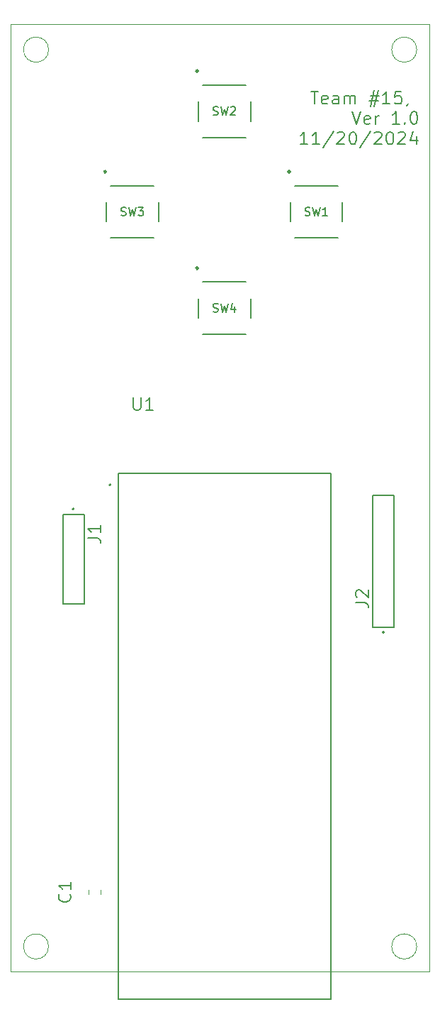
<source format=gbr>
%TF.GenerationSoftware,KiCad,Pcbnew,8.0.6*%
%TF.CreationDate,2024-11-20T17:32:44-08:00*%
%TF.ProjectId,hardware_password,68617264-7761-4726-955f-70617373776f,rev?*%
%TF.SameCoordinates,Original*%
%TF.FileFunction,Legend,Top*%
%TF.FilePolarity,Positive*%
%FSLAX46Y46*%
G04 Gerber Fmt 4.6, Leading zero omitted, Abs format (unit mm)*
G04 Created by KiCad (PCBNEW 8.0.6) date 2024-11-20 17:32:44*
%MOMM*%
%LPD*%
G01*
G04 APERTURE LIST*
%ADD10C,0.200000*%
%ADD11C,0.150000*%
%ADD12C,0.152400*%
%ADD13C,0.254000*%
%ADD14C,0.127000*%
%ADD15C,0.120000*%
%TA.AperFunction,Profile*%
%ADD16C,0.100000*%
%TD*%
G04 APERTURE END LIST*
D10*
X123868423Y-58476196D02*
X124725566Y-58476196D01*
X124296994Y-59976196D02*
X124296994Y-58476196D01*
X125796994Y-59904768D02*
X125654137Y-59976196D01*
X125654137Y-59976196D02*
X125368423Y-59976196D01*
X125368423Y-59976196D02*
X125225565Y-59904768D01*
X125225565Y-59904768D02*
X125154137Y-59761910D01*
X125154137Y-59761910D02*
X125154137Y-59190482D01*
X125154137Y-59190482D02*
X125225565Y-59047625D01*
X125225565Y-59047625D02*
X125368423Y-58976196D01*
X125368423Y-58976196D02*
X125654137Y-58976196D01*
X125654137Y-58976196D02*
X125796994Y-59047625D01*
X125796994Y-59047625D02*
X125868423Y-59190482D01*
X125868423Y-59190482D02*
X125868423Y-59333339D01*
X125868423Y-59333339D02*
X125154137Y-59476196D01*
X127154137Y-59976196D02*
X127154137Y-59190482D01*
X127154137Y-59190482D02*
X127082708Y-59047625D01*
X127082708Y-59047625D02*
X126939851Y-58976196D01*
X126939851Y-58976196D02*
X126654137Y-58976196D01*
X126654137Y-58976196D02*
X126511279Y-59047625D01*
X127154137Y-59904768D02*
X127011279Y-59976196D01*
X127011279Y-59976196D02*
X126654137Y-59976196D01*
X126654137Y-59976196D02*
X126511279Y-59904768D01*
X126511279Y-59904768D02*
X126439851Y-59761910D01*
X126439851Y-59761910D02*
X126439851Y-59619053D01*
X126439851Y-59619053D02*
X126511279Y-59476196D01*
X126511279Y-59476196D02*
X126654137Y-59404768D01*
X126654137Y-59404768D02*
X127011279Y-59404768D01*
X127011279Y-59404768D02*
X127154137Y-59333339D01*
X127868422Y-59976196D02*
X127868422Y-58976196D01*
X127868422Y-59119053D02*
X127939851Y-59047625D01*
X127939851Y-59047625D02*
X128082708Y-58976196D01*
X128082708Y-58976196D02*
X128296994Y-58976196D01*
X128296994Y-58976196D02*
X128439851Y-59047625D01*
X128439851Y-59047625D02*
X128511280Y-59190482D01*
X128511280Y-59190482D02*
X128511280Y-59976196D01*
X128511280Y-59190482D02*
X128582708Y-59047625D01*
X128582708Y-59047625D02*
X128725565Y-58976196D01*
X128725565Y-58976196D02*
X128939851Y-58976196D01*
X128939851Y-58976196D02*
X129082708Y-59047625D01*
X129082708Y-59047625D02*
X129154137Y-59190482D01*
X129154137Y-59190482D02*
X129154137Y-59976196D01*
X130939851Y-58976196D02*
X132011279Y-58976196D01*
X131368422Y-58333339D02*
X130939851Y-60261910D01*
X131868422Y-59619053D02*
X130796994Y-59619053D01*
X131439851Y-60261910D02*
X131868422Y-58333339D01*
X133296994Y-59976196D02*
X132439851Y-59976196D01*
X132868422Y-59976196D02*
X132868422Y-58476196D01*
X132868422Y-58476196D02*
X132725565Y-58690482D01*
X132725565Y-58690482D02*
X132582708Y-58833339D01*
X132582708Y-58833339D02*
X132439851Y-58904768D01*
X134654136Y-58476196D02*
X133939850Y-58476196D01*
X133939850Y-58476196D02*
X133868422Y-59190482D01*
X133868422Y-59190482D02*
X133939850Y-59119053D01*
X133939850Y-59119053D02*
X134082708Y-59047625D01*
X134082708Y-59047625D02*
X134439850Y-59047625D01*
X134439850Y-59047625D02*
X134582708Y-59119053D01*
X134582708Y-59119053D02*
X134654136Y-59190482D01*
X134654136Y-59190482D02*
X134725565Y-59333339D01*
X134725565Y-59333339D02*
X134725565Y-59690482D01*
X134725565Y-59690482D02*
X134654136Y-59833339D01*
X134654136Y-59833339D02*
X134582708Y-59904768D01*
X134582708Y-59904768D02*
X134439850Y-59976196D01*
X134439850Y-59976196D02*
X134082708Y-59976196D01*
X134082708Y-59976196D02*
X133939850Y-59904768D01*
X133939850Y-59904768D02*
X133868422Y-59833339D01*
X135439850Y-59904768D02*
X135439850Y-59976196D01*
X135439850Y-59976196D02*
X135368421Y-60119053D01*
X135368421Y-60119053D02*
X135296993Y-60190482D01*
X128796995Y-60891112D02*
X129296995Y-62391112D01*
X129296995Y-62391112D02*
X129796995Y-60891112D01*
X130868423Y-62319684D02*
X130725566Y-62391112D01*
X130725566Y-62391112D02*
X130439852Y-62391112D01*
X130439852Y-62391112D02*
X130296994Y-62319684D01*
X130296994Y-62319684D02*
X130225566Y-62176826D01*
X130225566Y-62176826D02*
X130225566Y-61605398D01*
X130225566Y-61605398D02*
X130296994Y-61462541D01*
X130296994Y-61462541D02*
X130439852Y-61391112D01*
X130439852Y-61391112D02*
X130725566Y-61391112D01*
X130725566Y-61391112D02*
X130868423Y-61462541D01*
X130868423Y-61462541D02*
X130939852Y-61605398D01*
X130939852Y-61605398D02*
X130939852Y-61748255D01*
X130939852Y-61748255D02*
X130225566Y-61891112D01*
X131582708Y-62391112D02*
X131582708Y-61391112D01*
X131582708Y-61676826D02*
X131654137Y-61533969D01*
X131654137Y-61533969D02*
X131725566Y-61462541D01*
X131725566Y-61462541D02*
X131868423Y-61391112D01*
X131868423Y-61391112D02*
X132011280Y-61391112D01*
X134439851Y-62391112D02*
X133582708Y-62391112D01*
X134011279Y-62391112D02*
X134011279Y-60891112D01*
X134011279Y-60891112D02*
X133868422Y-61105398D01*
X133868422Y-61105398D02*
X133725565Y-61248255D01*
X133725565Y-61248255D02*
X133582708Y-61319684D01*
X135082707Y-62248255D02*
X135154136Y-62319684D01*
X135154136Y-62319684D02*
X135082707Y-62391112D01*
X135082707Y-62391112D02*
X135011279Y-62319684D01*
X135011279Y-62319684D02*
X135082707Y-62248255D01*
X135082707Y-62248255D02*
X135082707Y-62391112D01*
X136082708Y-60891112D02*
X136225565Y-60891112D01*
X136225565Y-60891112D02*
X136368422Y-60962541D01*
X136368422Y-60962541D02*
X136439851Y-61033969D01*
X136439851Y-61033969D02*
X136511279Y-61176826D01*
X136511279Y-61176826D02*
X136582708Y-61462541D01*
X136582708Y-61462541D02*
X136582708Y-61819684D01*
X136582708Y-61819684D02*
X136511279Y-62105398D01*
X136511279Y-62105398D02*
X136439851Y-62248255D01*
X136439851Y-62248255D02*
X136368422Y-62319684D01*
X136368422Y-62319684D02*
X136225565Y-62391112D01*
X136225565Y-62391112D02*
X136082708Y-62391112D01*
X136082708Y-62391112D02*
X135939851Y-62319684D01*
X135939851Y-62319684D02*
X135868422Y-62248255D01*
X135868422Y-62248255D02*
X135796993Y-62105398D01*
X135796993Y-62105398D02*
X135725565Y-61819684D01*
X135725565Y-61819684D02*
X135725565Y-61462541D01*
X135725565Y-61462541D02*
X135796993Y-61176826D01*
X135796993Y-61176826D02*
X135868422Y-61033969D01*
X135868422Y-61033969D02*
X135939851Y-60962541D01*
X135939851Y-60962541D02*
X136082708Y-60891112D01*
X123439853Y-64806028D02*
X122582710Y-64806028D01*
X123011281Y-64806028D02*
X123011281Y-63306028D01*
X123011281Y-63306028D02*
X122868424Y-63520314D01*
X122868424Y-63520314D02*
X122725567Y-63663171D01*
X122725567Y-63663171D02*
X122582710Y-63734600D01*
X124868424Y-64806028D02*
X124011281Y-64806028D01*
X124439852Y-64806028D02*
X124439852Y-63306028D01*
X124439852Y-63306028D02*
X124296995Y-63520314D01*
X124296995Y-63520314D02*
X124154138Y-63663171D01*
X124154138Y-63663171D02*
X124011281Y-63734600D01*
X126582709Y-63234600D02*
X125296995Y-65163171D01*
X127011281Y-63448885D02*
X127082709Y-63377457D01*
X127082709Y-63377457D02*
X127225567Y-63306028D01*
X127225567Y-63306028D02*
X127582709Y-63306028D01*
X127582709Y-63306028D02*
X127725567Y-63377457D01*
X127725567Y-63377457D02*
X127796995Y-63448885D01*
X127796995Y-63448885D02*
X127868424Y-63591742D01*
X127868424Y-63591742D02*
X127868424Y-63734600D01*
X127868424Y-63734600D02*
X127796995Y-63948885D01*
X127796995Y-63948885D02*
X126939852Y-64806028D01*
X126939852Y-64806028D02*
X127868424Y-64806028D01*
X128796995Y-63306028D02*
X128939852Y-63306028D01*
X128939852Y-63306028D02*
X129082709Y-63377457D01*
X129082709Y-63377457D02*
X129154138Y-63448885D01*
X129154138Y-63448885D02*
X129225566Y-63591742D01*
X129225566Y-63591742D02*
X129296995Y-63877457D01*
X129296995Y-63877457D02*
X129296995Y-64234600D01*
X129296995Y-64234600D02*
X129225566Y-64520314D01*
X129225566Y-64520314D02*
X129154138Y-64663171D01*
X129154138Y-64663171D02*
X129082709Y-64734600D01*
X129082709Y-64734600D02*
X128939852Y-64806028D01*
X128939852Y-64806028D02*
X128796995Y-64806028D01*
X128796995Y-64806028D02*
X128654138Y-64734600D01*
X128654138Y-64734600D02*
X128582709Y-64663171D01*
X128582709Y-64663171D02*
X128511280Y-64520314D01*
X128511280Y-64520314D02*
X128439852Y-64234600D01*
X128439852Y-64234600D02*
X128439852Y-63877457D01*
X128439852Y-63877457D02*
X128511280Y-63591742D01*
X128511280Y-63591742D02*
X128582709Y-63448885D01*
X128582709Y-63448885D02*
X128654138Y-63377457D01*
X128654138Y-63377457D02*
X128796995Y-63306028D01*
X131011280Y-63234600D02*
X129725566Y-65163171D01*
X131439852Y-63448885D02*
X131511280Y-63377457D01*
X131511280Y-63377457D02*
X131654138Y-63306028D01*
X131654138Y-63306028D02*
X132011280Y-63306028D01*
X132011280Y-63306028D02*
X132154138Y-63377457D01*
X132154138Y-63377457D02*
X132225566Y-63448885D01*
X132225566Y-63448885D02*
X132296995Y-63591742D01*
X132296995Y-63591742D02*
X132296995Y-63734600D01*
X132296995Y-63734600D02*
X132225566Y-63948885D01*
X132225566Y-63948885D02*
X131368423Y-64806028D01*
X131368423Y-64806028D02*
X132296995Y-64806028D01*
X133225566Y-63306028D02*
X133368423Y-63306028D01*
X133368423Y-63306028D02*
X133511280Y-63377457D01*
X133511280Y-63377457D02*
X133582709Y-63448885D01*
X133582709Y-63448885D02*
X133654137Y-63591742D01*
X133654137Y-63591742D02*
X133725566Y-63877457D01*
X133725566Y-63877457D02*
X133725566Y-64234600D01*
X133725566Y-64234600D02*
X133654137Y-64520314D01*
X133654137Y-64520314D02*
X133582709Y-64663171D01*
X133582709Y-64663171D02*
X133511280Y-64734600D01*
X133511280Y-64734600D02*
X133368423Y-64806028D01*
X133368423Y-64806028D02*
X133225566Y-64806028D01*
X133225566Y-64806028D02*
X133082709Y-64734600D01*
X133082709Y-64734600D02*
X133011280Y-64663171D01*
X133011280Y-64663171D02*
X132939851Y-64520314D01*
X132939851Y-64520314D02*
X132868423Y-64234600D01*
X132868423Y-64234600D02*
X132868423Y-63877457D01*
X132868423Y-63877457D02*
X132939851Y-63591742D01*
X132939851Y-63591742D02*
X133011280Y-63448885D01*
X133011280Y-63448885D02*
X133082709Y-63377457D01*
X133082709Y-63377457D02*
X133225566Y-63306028D01*
X134296994Y-63448885D02*
X134368422Y-63377457D01*
X134368422Y-63377457D02*
X134511280Y-63306028D01*
X134511280Y-63306028D02*
X134868422Y-63306028D01*
X134868422Y-63306028D02*
X135011280Y-63377457D01*
X135011280Y-63377457D02*
X135082708Y-63448885D01*
X135082708Y-63448885D02*
X135154137Y-63591742D01*
X135154137Y-63591742D02*
X135154137Y-63734600D01*
X135154137Y-63734600D02*
X135082708Y-63948885D01*
X135082708Y-63948885D02*
X134225565Y-64806028D01*
X134225565Y-64806028D02*
X135154137Y-64806028D01*
X136439851Y-63806028D02*
X136439851Y-64806028D01*
X136082708Y-63234600D02*
X135725565Y-64306028D01*
X135725565Y-64306028D02*
X136654136Y-64306028D01*
D11*
X112166667Y-61262101D02*
X112309524Y-61309720D01*
X112309524Y-61309720D02*
X112547619Y-61309720D01*
X112547619Y-61309720D02*
X112642857Y-61262101D01*
X112642857Y-61262101D02*
X112690476Y-61214481D01*
X112690476Y-61214481D02*
X112738095Y-61119243D01*
X112738095Y-61119243D02*
X112738095Y-61024005D01*
X112738095Y-61024005D02*
X112690476Y-60928767D01*
X112690476Y-60928767D02*
X112642857Y-60881148D01*
X112642857Y-60881148D02*
X112547619Y-60833529D01*
X112547619Y-60833529D02*
X112357143Y-60785910D01*
X112357143Y-60785910D02*
X112261905Y-60738291D01*
X112261905Y-60738291D02*
X112214286Y-60690672D01*
X112214286Y-60690672D02*
X112166667Y-60595434D01*
X112166667Y-60595434D02*
X112166667Y-60500196D01*
X112166667Y-60500196D02*
X112214286Y-60404958D01*
X112214286Y-60404958D02*
X112261905Y-60357339D01*
X112261905Y-60357339D02*
X112357143Y-60309720D01*
X112357143Y-60309720D02*
X112595238Y-60309720D01*
X112595238Y-60309720D02*
X112738095Y-60357339D01*
X113071429Y-60309720D02*
X113309524Y-61309720D01*
X113309524Y-61309720D02*
X113500000Y-60595434D01*
X113500000Y-60595434D02*
X113690476Y-61309720D01*
X113690476Y-61309720D02*
X113928572Y-60309720D01*
X114261905Y-60404958D02*
X114309524Y-60357339D01*
X114309524Y-60357339D02*
X114404762Y-60309720D01*
X114404762Y-60309720D02*
X114642857Y-60309720D01*
X114642857Y-60309720D02*
X114738095Y-60357339D01*
X114738095Y-60357339D02*
X114785714Y-60404958D01*
X114785714Y-60404958D02*
X114833333Y-60500196D01*
X114833333Y-60500196D02*
X114833333Y-60595434D01*
X114833333Y-60595434D02*
X114785714Y-60738291D01*
X114785714Y-60738291D02*
X114214286Y-61309720D01*
X114214286Y-61309720D02*
X114833333Y-61309720D01*
X97186128Y-111749999D02*
X98257557Y-111749999D01*
X98257557Y-111749999D02*
X98471842Y-111821428D01*
X98471842Y-111821428D02*
X98614700Y-111964285D01*
X98614700Y-111964285D02*
X98686128Y-112178571D01*
X98686128Y-112178571D02*
X98686128Y-112321428D01*
X98686128Y-110249999D02*
X98686128Y-111107142D01*
X98686128Y-110678571D02*
X97186128Y-110678571D01*
X97186128Y-110678571D02*
X97400414Y-110821428D01*
X97400414Y-110821428D02*
X97543271Y-110964285D01*
X97543271Y-110964285D02*
X97614700Y-111107142D01*
X102652142Y-94991128D02*
X102652142Y-96205414D01*
X102652142Y-96205414D02*
X102723571Y-96348271D01*
X102723571Y-96348271D02*
X102795000Y-96419700D01*
X102795000Y-96419700D02*
X102937857Y-96491128D01*
X102937857Y-96491128D02*
X103223571Y-96491128D01*
X103223571Y-96491128D02*
X103366428Y-96419700D01*
X103366428Y-96419700D02*
X103437857Y-96348271D01*
X103437857Y-96348271D02*
X103509285Y-96205414D01*
X103509285Y-96205414D02*
X103509285Y-94991128D01*
X105009286Y-96491128D02*
X104152143Y-96491128D01*
X104580714Y-96491128D02*
X104580714Y-94991128D01*
X104580714Y-94991128D02*
X104437857Y-95205414D01*
X104437857Y-95205414D02*
X104295000Y-95348271D01*
X104295000Y-95348271D02*
X104152143Y-95419700D01*
X112166667Y-84762101D02*
X112309524Y-84809720D01*
X112309524Y-84809720D02*
X112547619Y-84809720D01*
X112547619Y-84809720D02*
X112642857Y-84762101D01*
X112642857Y-84762101D02*
X112690476Y-84714481D01*
X112690476Y-84714481D02*
X112738095Y-84619243D01*
X112738095Y-84619243D02*
X112738095Y-84524005D01*
X112738095Y-84524005D02*
X112690476Y-84428767D01*
X112690476Y-84428767D02*
X112642857Y-84381148D01*
X112642857Y-84381148D02*
X112547619Y-84333529D01*
X112547619Y-84333529D02*
X112357143Y-84285910D01*
X112357143Y-84285910D02*
X112261905Y-84238291D01*
X112261905Y-84238291D02*
X112214286Y-84190672D01*
X112214286Y-84190672D02*
X112166667Y-84095434D01*
X112166667Y-84095434D02*
X112166667Y-84000196D01*
X112166667Y-84000196D02*
X112214286Y-83904958D01*
X112214286Y-83904958D02*
X112261905Y-83857339D01*
X112261905Y-83857339D02*
X112357143Y-83809720D01*
X112357143Y-83809720D02*
X112595238Y-83809720D01*
X112595238Y-83809720D02*
X112738095Y-83857339D01*
X113071429Y-83809720D02*
X113309524Y-84809720D01*
X113309524Y-84809720D02*
X113500000Y-84095434D01*
X113500000Y-84095434D02*
X113690476Y-84809720D01*
X113690476Y-84809720D02*
X113928572Y-83809720D01*
X114738095Y-84143053D02*
X114738095Y-84809720D01*
X114500000Y-83762101D02*
X114261905Y-84476386D01*
X114261905Y-84476386D02*
X114880952Y-84476386D01*
X129186128Y-119473999D02*
X130257557Y-119473999D01*
X130257557Y-119473999D02*
X130471842Y-119545428D01*
X130471842Y-119545428D02*
X130614700Y-119688285D01*
X130614700Y-119688285D02*
X130686128Y-119902571D01*
X130686128Y-119902571D02*
X130686128Y-120045428D01*
X129328985Y-118831142D02*
X129257557Y-118759714D01*
X129257557Y-118759714D02*
X129186128Y-118616857D01*
X129186128Y-118616857D02*
X129186128Y-118259714D01*
X129186128Y-118259714D02*
X129257557Y-118116857D01*
X129257557Y-118116857D02*
X129328985Y-118045428D01*
X129328985Y-118045428D02*
X129471842Y-117973999D01*
X129471842Y-117973999D02*
X129614700Y-117973999D01*
X129614700Y-117973999D02*
X129828985Y-118045428D01*
X129828985Y-118045428D02*
X130686128Y-118902571D01*
X130686128Y-118902571D02*
X130686128Y-117973999D01*
X95043271Y-154249999D02*
X95114700Y-154321427D01*
X95114700Y-154321427D02*
X95186128Y-154535713D01*
X95186128Y-154535713D02*
X95186128Y-154678570D01*
X95186128Y-154678570D02*
X95114700Y-154892856D01*
X95114700Y-154892856D02*
X94971842Y-155035713D01*
X94971842Y-155035713D02*
X94828985Y-155107142D01*
X94828985Y-155107142D02*
X94543271Y-155178570D01*
X94543271Y-155178570D02*
X94328985Y-155178570D01*
X94328985Y-155178570D02*
X94043271Y-155107142D01*
X94043271Y-155107142D02*
X93900414Y-155035713D01*
X93900414Y-155035713D02*
X93757557Y-154892856D01*
X93757557Y-154892856D02*
X93686128Y-154678570D01*
X93686128Y-154678570D02*
X93686128Y-154535713D01*
X93686128Y-154535713D02*
X93757557Y-154321427D01*
X93757557Y-154321427D02*
X93828985Y-154249999D01*
X95186128Y-152821427D02*
X95186128Y-153678570D01*
X95186128Y-153249999D02*
X93686128Y-153249999D01*
X93686128Y-153249999D02*
X93900414Y-153392856D01*
X93900414Y-153392856D02*
X94043271Y-153535713D01*
X94043271Y-153535713D02*
X94114700Y-153678570D01*
X123166667Y-73262101D02*
X123309524Y-73309720D01*
X123309524Y-73309720D02*
X123547619Y-73309720D01*
X123547619Y-73309720D02*
X123642857Y-73262101D01*
X123642857Y-73262101D02*
X123690476Y-73214481D01*
X123690476Y-73214481D02*
X123738095Y-73119243D01*
X123738095Y-73119243D02*
X123738095Y-73024005D01*
X123738095Y-73024005D02*
X123690476Y-72928767D01*
X123690476Y-72928767D02*
X123642857Y-72881148D01*
X123642857Y-72881148D02*
X123547619Y-72833529D01*
X123547619Y-72833529D02*
X123357143Y-72785910D01*
X123357143Y-72785910D02*
X123261905Y-72738291D01*
X123261905Y-72738291D02*
X123214286Y-72690672D01*
X123214286Y-72690672D02*
X123166667Y-72595434D01*
X123166667Y-72595434D02*
X123166667Y-72500196D01*
X123166667Y-72500196D02*
X123214286Y-72404958D01*
X123214286Y-72404958D02*
X123261905Y-72357339D01*
X123261905Y-72357339D02*
X123357143Y-72309720D01*
X123357143Y-72309720D02*
X123595238Y-72309720D01*
X123595238Y-72309720D02*
X123738095Y-72357339D01*
X124071429Y-72309720D02*
X124309524Y-73309720D01*
X124309524Y-73309720D02*
X124500000Y-72595434D01*
X124500000Y-72595434D02*
X124690476Y-73309720D01*
X124690476Y-73309720D02*
X124928572Y-72309720D01*
X125833333Y-73309720D02*
X125261905Y-73309720D01*
X125547619Y-73309720D02*
X125547619Y-72309720D01*
X125547619Y-72309720D02*
X125452381Y-72452577D01*
X125452381Y-72452577D02*
X125357143Y-72547815D01*
X125357143Y-72547815D02*
X125261905Y-72595434D01*
X101166667Y-73262101D02*
X101309524Y-73309720D01*
X101309524Y-73309720D02*
X101547619Y-73309720D01*
X101547619Y-73309720D02*
X101642857Y-73262101D01*
X101642857Y-73262101D02*
X101690476Y-73214481D01*
X101690476Y-73214481D02*
X101738095Y-73119243D01*
X101738095Y-73119243D02*
X101738095Y-73024005D01*
X101738095Y-73024005D02*
X101690476Y-72928767D01*
X101690476Y-72928767D02*
X101642857Y-72881148D01*
X101642857Y-72881148D02*
X101547619Y-72833529D01*
X101547619Y-72833529D02*
X101357143Y-72785910D01*
X101357143Y-72785910D02*
X101261905Y-72738291D01*
X101261905Y-72738291D02*
X101214286Y-72690672D01*
X101214286Y-72690672D02*
X101166667Y-72595434D01*
X101166667Y-72595434D02*
X101166667Y-72500196D01*
X101166667Y-72500196D02*
X101214286Y-72404958D01*
X101214286Y-72404958D02*
X101261905Y-72357339D01*
X101261905Y-72357339D02*
X101357143Y-72309720D01*
X101357143Y-72309720D02*
X101595238Y-72309720D01*
X101595238Y-72309720D02*
X101738095Y-72357339D01*
X102071429Y-72309720D02*
X102309524Y-73309720D01*
X102309524Y-73309720D02*
X102500000Y-72595434D01*
X102500000Y-72595434D02*
X102690476Y-73309720D01*
X102690476Y-73309720D02*
X102928572Y-72309720D01*
X103214286Y-72309720D02*
X103833333Y-72309720D01*
X103833333Y-72309720D02*
X103500000Y-72690672D01*
X103500000Y-72690672D02*
X103642857Y-72690672D01*
X103642857Y-72690672D02*
X103738095Y-72738291D01*
X103738095Y-72738291D02*
X103785714Y-72785910D01*
X103785714Y-72785910D02*
X103833333Y-72881148D01*
X103833333Y-72881148D02*
X103833333Y-73119243D01*
X103833333Y-73119243D02*
X103785714Y-73214481D01*
X103785714Y-73214481D02*
X103738095Y-73262101D01*
X103738095Y-73262101D02*
X103642857Y-73309720D01*
X103642857Y-73309720D02*
X103357143Y-73309720D01*
X103357143Y-73309720D02*
X103261905Y-73262101D01*
X103261905Y-73262101D02*
X103214286Y-73214481D01*
D12*
%TO.C,SW2*%
X110372998Y-59684656D02*
X110372998Y-62025145D01*
X110891771Y-63981902D02*
X116108229Y-63981902D01*
X116108229Y-57727899D02*
X110891771Y-57727899D01*
X116627002Y-62025145D02*
X116627002Y-59684656D01*
D13*
X110376999Y-56064900D02*
G75*
G02*
X110122999Y-56064900I-127000J0D01*
G01*
X110122999Y-56064900D02*
G75*
G02*
X110376999Y-56064900I127000J0D01*
G01*
D14*
%TO.C,J1*%
X94230000Y-108940000D02*
X94230000Y-119600000D01*
X94230000Y-119600000D02*
X96770000Y-119600000D01*
X96770000Y-108940000D02*
X94230000Y-108940000D01*
X96770000Y-119600000D02*
X96770000Y-108940000D01*
D10*
X95550000Y-108310000D02*
G75*
G02*
X95350000Y-108310000I-100000J0D01*
G01*
X95350000Y-108310000D02*
G75*
G02*
X95550000Y-108310000I100000J0D01*
G01*
D14*
%TO.C,U1*%
X100870000Y-104040000D02*
X126270000Y-104040000D01*
X100870000Y-166780000D02*
X100870000Y-104040000D01*
X126270000Y-104040000D02*
X126270000Y-166780000D01*
X126270000Y-166780000D02*
X100870000Y-166780000D01*
D10*
X99954000Y-105438000D02*
G75*
G02*
X99754000Y-105438000I-100000J0D01*
G01*
X99754000Y-105438000D02*
G75*
G02*
X99954000Y-105438000I100000J0D01*
G01*
D12*
%TO.C,SW4*%
X110372998Y-83184656D02*
X110372998Y-85525145D01*
X110891771Y-87481902D02*
X116108229Y-87481902D01*
X116108229Y-81227899D02*
X110891771Y-81227899D01*
X116627002Y-85525145D02*
X116627002Y-83184656D01*
D13*
X110376999Y-79564900D02*
G75*
G02*
X110122999Y-79564900I-127000J0D01*
G01*
X110122999Y-79564900D02*
G75*
G02*
X110376999Y-79564900I127000J0D01*
G01*
D14*
%TO.C,J2*%
X131230000Y-106659000D02*
X131230000Y-122399000D01*
X131230000Y-122399000D02*
X133770000Y-122399000D01*
X133770000Y-106659000D02*
X131230000Y-106659000D01*
X133770000Y-122399000D02*
X133770000Y-106659000D01*
D10*
X132600000Y-123029000D02*
G75*
G02*
X132400000Y-123029000I-100000J0D01*
G01*
X132400000Y-123029000D02*
G75*
G02*
X132600000Y-123029000I100000J0D01*
G01*
D15*
%TO.C,C1*%
X97265000Y-153738748D02*
X97265000Y-154261252D01*
X98735000Y-153738748D02*
X98735000Y-154261252D01*
D12*
%TO.C,SW1*%
X121372998Y-71684656D02*
X121372998Y-74025145D01*
X121891771Y-75981902D02*
X127108229Y-75981902D01*
X127108229Y-69727899D02*
X121891771Y-69727899D01*
X127627002Y-74025145D02*
X127627002Y-71684656D01*
D13*
X121376999Y-68064900D02*
G75*
G02*
X121122999Y-68064900I-127000J0D01*
G01*
X121122999Y-68064900D02*
G75*
G02*
X121376999Y-68064900I127000J0D01*
G01*
D12*
%TO.C,SW3*%
X99372998Y-71684656D02*
X99372998Y-74025145D01*
X99891771Y-75981902D02*
X105108229Y-75981902D01*
X105108229Y-69727899D02*
X99891771Y-69727899D01*
X105627002Y-74025145D02*
X105627002Y-71684656D01*
D13*
X99376999Y-68064900D02*
G75*
G02*
X99122999Y-68064900I-127000J0D01*
G01*
X99122999Y-68064900D02*
G75*
G02*
X99376999Y-68064900I127000J0D01*
G01*
%TD*%
D16*
X92500000Y-53500000D02*
G75*
G02*
X89500000Y-53500000I-1500000J0D01*
G01*
X89500000Y-53500000D02*
G75*
G02*
X92500000Y-53500000I1500000J0D01*
G01*
X136500000Y-53500000D02*
G75*
G02*
X133500000Y-53500000I-1500000J0D01*
G01*
X133500000Y-53500000D02*
G75*
G02*
X136500000Y-53500000I1500000J0D01*
G01*
X88000000Y-50500000D02*
X138000000Y-50500000D01*
X138000000Y-163500000D01*
X88000000Y-163500000D01*
X88000000Y-50500000D01*
X92500000Y-160500000D02*
G75*
G02*
X89500000Y-160500000I-1500000J0D01*
G01*
X89500000Y-160500000D02*
G75*
G02*
X92500000Y-160500000I1500000J0D01*
G01*
X136500000Y-160500000D02*
G75*
G02*
X133500000Y-160500000I-1500000J0D01*
G01*
X133500000Y-160500000D02*
G75*
G02*
X136500000Y-160500000I1500000J0D01*
G01*
M02*

</source>
